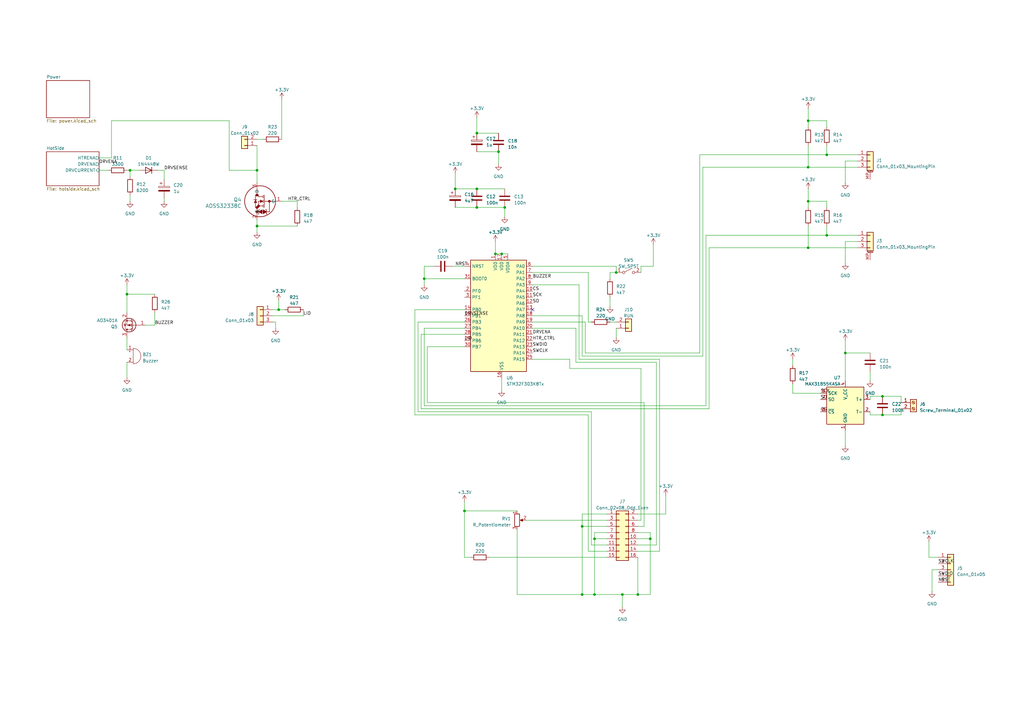
<source format=kicad_sch>
(kicad_sch (version 20231120) (generator "eeschema") (generator_version "8.0")
  (paper "A3")
  (lib_symbols
    (symbol "Connector:Screw_Terminal_01x02" (pin_names (offset 1.016) hide)
      (property "Reference" "J" (at 0 2.54 0))
      (property "Value" "Screw_Terminal_01x02" (at 0 -5.08 0))
      (symbol "Screw_Terminal_01x02_1_1"
        (rectangle (start -1.27 1.27) (end 1.27 -3.81) (stroke (width 0.254)) (fill (type background)))
        (circle (center 0 -2.54) (radius 0.635) (stroke (width 0.1524)))
        (polyline (pts (xy -0.5334 -2.2098) (xy 0.3302 -3.048)) (stroke (width 0.1524)))
        (polyline (pts (xy -0.5334 0.3302) (xy 0.3302 -0.508)) (stroke (width 0.1524)))
        (polyline (pts (xy -0.3556 -2.032) (xy 0.508 -2.8702)) (stroke (width 0.1524)))
        (polyline (pts (xy -0.3556 0.508) (xy 0.508 -0.3302)) (stroke (width 0.1524)))
        (circle (center 0 0) (radius 0.635) (stroke (width 0.1524)))
        (pin passive line (at -5.08 0 0) (length 3.81) (name "Pin_1") (number "1"))
        (pin passive line (at -5.08 -2.54 0) (length 3.81) (name "Pin_2") (number "2"))
      )
    )
    (symbol "Connector_Generic:Conn_01x02" (pin_names (offset 1.016) hide)
      (property "Reference" "J" (at 0 2.54 0))
      (property "Value" "Conn_01x02" (at 0 -5.08 0))
      (symbol "Conn_01x02_1_1"
        (rectangle (start -1.27 -2.413) (end 0 -2.667) (stroke (width 0.1524)))
        (rectangle (start -1.27 0.127) (end 0 -0.127) (stroke (width 0.1524)))
        (rectangle (start -1.27 1.27) (end 1.27 -3.81) (stroke (width 0.254)) (fill (type background)))
        (pin passive line (at -5.08 0 0) (length 3.81) (name "Pin_1") (number "1"))
        (pin passive line (at -5.08 -2.54 0) (length 3.81) (name "Pin_2") (number "2"))
      )
    )
    (symbol "Connector_Generic:Conn_01x03" (pin_names (offset 1.016) hide)
      (property "Reference" "J" (at 0 5.08 0))
      (property "Value" "Conn_01x03" (at 0 -5.08 0))
      (symbol "Conn_01x03_1_1"
        (rectangle (start -1.27 -2.413) (end 0 -2.667) (stroke (width 0.1524)))
        (rectangle (start -1.27 0.127) (end 0 -0.127) (stroke (width 0.1524)))
        (rectangle (start -1.27 2.667) (end 0 2.413) (stroke (width 0.1524)))
        (rectangle (start -1.27 3.81) (end 1.27 -3.81) (stroke (width 0.254)) (fill (type background)))
        (pin passive line (at -5.08 2.54 0) (length 3.81) (name "Pin_1") (number "1"))
        (pin passive line (at -5.08 0 0) (length 3.81) (name "Pin_2") (number "2"))
        (pin passive line (at -5.08 -2.54 0) (length 3.81) (name "Pin_3") (number "3"))
      )
    )
    (symbol "Connector_Generic:Conn_01x05" (pin_names (offset 1.016) hide)
      (property "Reference" "J" (at 0 7.62 0))
      (property "Value" "Conn_01x05" (at 0 -7.62 0))
      (symbol "Conn_01x05_1_1"
        (rectangle (start -1.27 -4.953) (end 0 -5.207) (stroke (width 0.1524)))
        (rectangle (start -1.27 -2.413) (end 0 -2.667) (stroke (width 0.1524)))
        (rectangle (start -1.27 0.127) (end 0 -0.127) (stroke (width 0.1524)))
        (rectangle (start -1.27 2.667) (end 0 2.413) (stroke (width 0.1524)))
        (rectangle (start -1.27 5.207) (end 0 4.953) (stroke (width 0.1524)))
        (rectangle (start -1.27 6.35) (end 1.27 -6.35) (stroke (width 0.254)) (fill (type background)))
        (pin passive line (at -5.08 5.08 0) (length 3.81) (name "Pin_1") (number "1"))
        (pin passive line (at -5.08 2.54 0) (length 3.81) (name "Pin_2") (number "2"))
        (pin passive line (at -5.08 0 0) (length 3.81) (name "Pin_3") (number "3"))
        (pin passive line (at -5.08 -2.54 0) (length 3.81) (name "Pin_4") (number "4"))
        (pin passive line (at -5.08 -5.08 0) (length 3.81) (name "Pin_5") (number "5"))
      )
    )
    (symbol "Connector_Generic:Conn_02x08_Odd_Even" (pin_names (offset 1.016) hide)
      (property "Reference" "J" (at 1.27 10.16 0))
      (property "Value" "Conn_02x08_Odd_Even" (at 1.27 -12.7 0))
      (symbol "Conn_02x08_Odd_Even_1_1"
        (rectangle (start -1.27 -10.033) (end 0 -10.287) (stroke (width 0.1524)))
        (rectangle (start -1.27 -7.493) (end 0 -7.747) (stroke (width 0.1524)))
        (rectangle (start -1.27 -4.953) (end 0 -5.207) (stroke (width 0.1524)))
        (rectangle (start -1.27 -2.413) (end 0 -2.667) (stroke (width 0.1524)))
        (rectangle (start -1.27 0.127) (end 0 -0.127) (stroke (width 0.1524)))
        (rectangle (start -1.27 2.667) (end 0 2.413) (stroke (width 0.1524)))
        (rectangle (start -1.27 5.207) (end 0 4.953) (stroke (width 0.1524)))
        (rectangle (start -1.27 7.747) (end 0 7.493) (stroke (width 0.1524)))
        (rectangle (start -1.27 8.89) (end 3.81 -11.43) (stroke (width 0.254)) (fill (type background)))
        (rectangle (start 3.81 -10.033) (end 2.54 -10.287) (stroke (width 0.1524)))
        (rectangle (start 3.81 -7.493) (end 2.54 -7.747) (stroke (width 0.1524)))
        (rectangle (start 3.81 -4.953) (end 2.54 -5.207) (stroke (width 0.1524)))
        (rectangle (start 3.81 -2.413) (end 2.54 -2.667) (stroke (width 0.1524)))
        (rectangle (start 3.81 0.127) (end 2.54 -0.127) (stroke (width 0.1524)))
        (rectangle (start 3.81 2.667) (end 2.54 2.413) (stroke (width 0.1524)))
        (rectangle (start 3.81 5.207) (end 2.54 4.953) (stroke (width 0.1524)))
        (rectangle (start 3.81 7.747) (end 2.54 7.493) (stroke (width 0.1524)))
        (pin passive line (at -5.08 7.62 0) (length 3.81) (name "Pin_1") (number "1"))
        (pin passive line (at 7.62 -2.54 180) (length 3.81) (name "Pin_10") (number "10"))
        (pin passive line (at -5.08 -5.08 0) (length 3.81) (name "Pin_11") (number "11"))
        (pin passive line (at 7.62 -5.08 180) (length 3.81) (name "Pin_12") (number "12"))
        (pin passive line (at -5.08 -7.62 0) (length 3.81) (name "Pin_13") (number "13"))
        (pin passive line (at 7.62 -7.62 180) (length 3.81) (name "Pin_14") (number "14"))
        (pin passive line (at -5.08 -10.16 0) (length 3.81) (name "Pin_15") (number "15"))
        (pin passive line (at 7.62 -10.16 180) (length 3.81) (name "Pin_16") (number "16"))
        (pin passive line (at 7.62 7.62 180) (length 3.81) (name "Pin_2") (number "2"))
        (pin passive line (at -5.08 5.08 0) (length 3.81) (name "Pin_3") (number "3"))
        (pin passive line (at 7.62 5.08 180) (length 3.81) (name "Pin_4") (number "4"))
        (pin passive line (at -5.08 2.54 0) (length 3.81) (name "Pin_5") (number "5"))
        (pin passive line (at 7.62 2.54 180) (length 3.81) (name "Pin_6") (number "6"))
        (pin passive line (at -5.08 0 0) (length 3.81) (name "Pin_7") (number "7"))
        (pin passive line (at 7.62 0 180) (length 3.81) (name "Pin_8") (number "8"))
        (pin passive line (at -5.08 -2.54 0) (length 3.81) (name "Pin_9") (number "9"))
      )
    )
    (symbol "Connector_Generic_MountingPin:Conn_01x03_MountingPin" (pin_names (offset 1.016) hide)
      (property "Reference" "J" (at 0 5.08 0))
      (property "Value" "Conn_01x03_MountingPin" (at 1.27 -5.08 0))
      (symbol "Conn_01x03_MountingPin_1_1"
        (rectangle (start -1.27 -2.413) (end 0 -2.667) (stroke (width 0.1524)))
        (rectangle (start -1.27 0.127) (end 0 -0.127) (stroke (width 0.1524)))
        (rectangle (start -1.27 2.667) (end 0 2.413) (stroke (width 0.1524)))
        (rectangle (start -1.27 3.81) (end 1.27 -3.81) (stroke (width 0.254)) (fill (type background)))
        (polyline (pts (xy -1.016 -4.572) (xy 1.016 -4.572)) (stroke (width 0.1524)))
        (text "Mounting" (at 0 -4.191 0) (effects (font (size 0.381 0.381))))
        (pin passive line (at -5.08 2.54 0) (length 3.81) (name "Pin_1") (number "1"))
        (pin passive line (at -5.08 0 0) (length 3.81) (name "Pin_2") (number "2"))
        (pin passive line (at -5.08 -2.54 0) (length 3.81) (name "Pin_3") (number "3"))
        (pin passive line (at 0 -7.62 90) (length 3.048) (name "MountPin") (number "MP"))
      )
    )
    (symbol "Device:Buzzer" (pin_names (offset 0.0254) hide)
      (property "Reference" "BZ" (at 3.81 1.27 0))
      (property "Value" "Buzzer" (at 3.81 -1.27 0))
      (symbol "Buzzer_0_1"
        (arc (start 0 -3.175) (mid 3.1612 0) (end 0 3.175))
        (polyline (pts (xy -1.651 1.905) (xy -1.143 1.905)))
        (polyline (pts (xy -1.397 2.159) (xy -1.397 1.651)))
        (polyline (pts (xy 0 3.175) (xy 0 -3.175)))
      )
      (symbol "Buzzer_1_1"
        (pin passive line (at -2.54 2.54 0) (length 2.54) (name "-") (number "1"))
        (pin passive line (at -2.54 -2.54 0) (length 2.54) (name "+") (number "2"))
      )
    )
    (symbol "Device:C" (pin_numbers hide) (pin_names (offset 0.254))
      (property "Reference" "C" (at 0.635 2.54 0))
      (property "Value" "C" (at 0.635 -2.54 0))
      (symbol "C_0_1"
        (polyline (pts (xy -2.032 -0.762) (xy 2.032 -0.762)) (stroke (width 0.508)))
        (polyline (pts (xy -2.032 0.762) (xy 2.032 0.762)) (stroke (width 0.508)))
      )
      (symbol "C_1_1"
        (pin passive line (at 0 3.81 270) (length 2.794) (name "~") (number "1"))
        (pin passive line (at 0 -3.81 90) (length 2.794) (name "~") (number "2"))
      )
    )
    (symbol "Device:C_Polarized" (pin_numbers hide) (pin_names (offset 0.254))
      (property "Reference" "C" (at 0.635 2.54 0))
      (property "Value" "C_Polarized" (at 0.635 -2.54 0))
      (symbol "C_Polarized_0_1"
        (rectangle (start -2.286 0.508) (end 2.286 1.016))
        (polyline (pts (xy -1.778 2.286) (xy -0.762 2.286)))
        (polyline (pts (xy -1.27 2.794) (xy -1.27 1.778)))
        (rectangle (start 2.286 -0.508) (end -2.286 -1.016) (fill (type outline)))
      )
      (symbol "C_Polarized_1_1"
        (pin passive line (at 0 3.81 270) (length 2.794) (name "~") (number "1"))
        (pin passive line (at 0 -3.81 90) (length 2.794) (name "~") (number "2"))
      )
    )
    (symbol "Device:R" (pin_numbers hide) (pin_names (offset 0))
      (property "Reference" "R" (at 2.032 0 90))
      (property "Value" "R" (at 0 0 90))
      (symbol "R_0_1"
        (rectangle (start -1.016 -2.54) (end 1.016 2.54) (stroke (width 0.254)))
      )
      (symbol "R_1_1"
        (pin passive line (at 0 3.81 270) (length 1.27) (name "~") (number "1"))
        (pin passive line (at 0 -3.81 90) (length 1.27) (name "~") (number "2"))
      )
    )
    (symbol "Device:R_Potentiometer" (pin_names (offset 1.016) hide)
      (property "Reference" "RV" (at -4.445 0 90))
      (property "Value" "R_Potentiometer" (at -2.54 0 90))
      (symbol "R_Potentiometer_0_1"
        (polyline (pts (xy 2.54 0) (xy 1.524 0)))
        (polyline (pts (xy 1.143 0) (xy 2.286 0.508) (xy 2.286 -0.508) (xy 1.143 0)) (fill (type outline)))
        (rectangle (start 1.016 2.54) (end -1.016 -2.54) (stroke (width 0.254)))
      )
      (symbol "R_Potentiometer_1_1"
        (pin passive line (at 0 3.81 270) (length 1.27) (name "1") (number "1"))
        (pin passive line (at 3.81 0 180) (length 1.27) (name "2") (number "2"))
        (pin passive line (at 0 -3.81 90) (length 1.27) (name "3") (number "3"))
      )
    )
    (symbol "Diode:1N4448W" (pin_numbers hide) (pin_names hide)
      (property "Reference" "D" (at 0 2.54 0))
      (property "Value" "1N4448W" (at 0 -2.54 0))
      (symbol "1N4448W_0_1"
        (polyline (pts (xy -1.27 1.27) (xy -1.27 -1.27)) (stroke (width 0.254)))
        (polyline (pts (xy 1.27 0) (xy -1.27 0)))
        (polyline (pts (xy 1.27 1.27) (xy 1.27 -1.27) (xy -1.27 0) (xy 1.27 1.27)) (stroke (width 0.254)))
      )
      (symbol "1N4448W_1_1"
        (pin passive line (at -3.81 0 0) (length 2.54) (name "K") (number "1"))
        (pin passive line (at 3.81 0 180) (length 2.54) (name "A") (number "2"))
      )
    )
    (symbol "LTC2954:AOSS32338C" (pin_names (offset 0.254))
      (property "Reference" "Q" (at 18.542 1.905 0))
      (property "Value" "AOSS32338C" (at 18.542 -2.54 0))
      (symbol "AOSS32338C_0_1"
        (polyline (pts (xy 2.54 0) (xy 7.112 0)) (stroke (width 0.2032)))
        (polyline (pts (xy 5.08 -4.318) (xy 5.08 0)) (stroke (width 0.2032)))
        (polyline (pts (xy 6.35 -5.08) (xy 6.096 -5.334)) (stroke (width 0.2032)))
        (polyline (pts (xy 6.35 -5.08) (xy 6.35 -3.556)) (stroke (width 0.2032)))
        (polyline (pts (xy 6.35 -5.08) (xy 6.35 -3.556)) (stroke (width 0.2032)))
        (polyline (pts (xy 6.35 -4.318) (xy 7.62 -5.08)) (stroke (width 0.2032)))
        (polyline (pts (xy 6.35 -4.318) (xy 7.62 -5.08)) (stroke (width 0.2032)))
        (polyline (pts (xy 6.35 -4.318) (xy 7.62 -4.572)) (fill (type outline)))
        (polyline (pts (xy 6.35 -4.318) (xy 7.62 -4.572)) (fill (type outline)))
        (polyline (pts (xy 6.35 -3.556) (xy 6.604 -3.302)) (stroke (width 0.2032)))
        (polyline (pts (xy 7.112 -2.54) (xy 7.112 2.54)) (stroke (width 0.2032)))
        (polyline (pts (xy 7.62 -5.08) (xy 7.62 -3.556)) (stroke (width 0.2032)))
        (polyline (pts (xy 7.62 -5.08) (xy 7.62 -3.556)) (stroke (width 0.2032)))
        (polyline (pts (xy 7.62 -3.556) (xy 6.35 -4.318)) (stroke (width 0.2032)))
        (polyline (pts (xy 7.62 -3.556) (xy 6.35 -4.318)) (stroke (width 0.2032)))
        (polyline (pts (xy 7.62 -2.54) (xy 7.62 -1.27)) (stroke (width 0.2032)))
        (polyline (pts (xy 7.62 -1.905) (xy 9.525 -1.905)) (stroke (width 0.2032)))
        (polyline (pts (xy 7.62 -0.635) (xy 7.62 0.635)) (stroke (width 0.2032)))
        (polyline (pts (xy 7.62 1.27) (xy 7.62 2.54)) (stroke (width 0.2032)))
        (polyline (pts (xy 7.62 1.905) (xy 9.525 1.905)) (stroke (width 0.2032)))
        (polyline (pts (xy 8.128 -5.08) (xy 9.398 -4.318)) (stroke (width 0.2032)))
        (polyline (pts (xy 8.128 -3.556) (xy 8.128 -5.08)) (stroke (width 0.2032)))
        (polyline (pts (xy 8.89 0) (xy 9.525 0)) (stroke (width 0.2032)))
        (polyline (pts (xy 9.398 -5.08) (xy 9.652 -5.334)) (stroke (width 0.2032)))
        (polyline (pts (xy 9.398 -4.318) (xy 8.128 -4.064)) (fill (type outline)))
        (polyline (pts (xy 9.398 -4.318) (xy 8.128 -3.556)) (stroke (width 0.2032)))
        (polyline (pts (xy 9.398 -3.556) (xy 9.144 -3.302)) (stroke (width 0.2032)))
        (polyline (pts (xy 9.398 -3.556) (xy 9.398 -5.08)) (stroke (width 0.2032)))
        (polyline (pts (xy 9.525 -2.54) (xy 9.525 0)) (stroke (width 0.2032)))
        (polyline (pts (xy 9.525 -2.54) (xy 10.795 -2.54)) (stroke (width 0.2032)))
        (polyline (pts (xy 9.525 1.905) (xy 9.525 2.54)) (stroke (width 0.2032)))
        (polyline (pts (xy 9.525 2.54) (xy 10.795 2.54)) (stroke (width 0.2032)))
        (polyline (pts (xy 10.16 -4.318) (xy 5.08 -4.318)) (stroke (width 0.2032)))
        (polyline (pts (xy 10.16 -2.54) (xy 10.16 -5.08)) (stroke (width 0.2032)))
        (polyline (pts (xy 10.16 5.08) (xy 10.16 2.54)) (stroke (width 0.2032)))
        (polyline (pts (xy 10.795 -2.54) (xy 10.795 -0.635)) (stroke (width 0.2032)))
        (polyline (pts (xy 10.795 0.635) (xy 10.795 2.54)) (stroke (width 0.2032)))
        (polyline (pts (xy 11.43 0.635) (xy 10.16 0.635)) (stroke (width 0.2032)))
        (polyline (pts (xy 6.35 -4.318) (xy 7.62 -5.08) (xy 7.62 -3.556)) (fill (type outline)))
        (polyline (pts (xy 6.35 -4.318) (xy 7.62 -5.08) (xy 7.62 -3.556)) (fill (type outline)))
        (polyline (pts (xy 8.89 0.635) (xy 7.62 0) (xy 8.89 -0.635)) (stroke (width 0.0254)) (fill (type outline)))
        (polyline (pts (xy 9.398 -4.318) (xy 8.128 -3.556) (xy 8.128 -5.08)) (fill (type outline)))
        (polyline (pts (xy 11.43 -0.635) (xy 10.16 -0.635) (xy 10.795 0.635)) (stroke (width 0.0254)) (fill (type outline)))
        (circle (center 5.08 0) (radius 0.0254) (stroke (width 0.508)))
        (circle (center 8.89 0) (radius 6.35) (stroke (width 0.254)))
        (circle (center 9.525 -1.905) (radius 0.0254) (stroke (width 0.508)))
        (circle (center 10.16 -4.318) (radius 0.0254) (stroke (width 0.508)))
        (circle (center 10.16 -2.54) (radius 0.0254) (stroke (width 0.508)))
        (circle (center 10.16 2.54) (radius 0.0254) (stroke (width 0.508)))
        (pin unspecified line (at 0 0 0) (length 2.54) (name "G") (number "1"))
        (pin unspecified line (at 10.16 -7.62 90) (length 2.54) (name "S") (number "2"))
        (pin unspecified line (at 10.16 7.62 270) (length 2.54) (name "D") (number "3"))
      )
    )
    (symbol "MCU_ST_STM32F3:STM32F303K8Tx"
      (property "Reference" "U" (at -10.16 24.13 0))
      (property "Value" "STM32F303K8Tx" (at 7.62 24.13 0))
      (symbol "STM32F303K8Tx_0_1"
        (rectangle (start -10.16 -22.86) (end 12.7 22.86) (stroke (width 0.254)) (fill (type background)))
      )
      (symbol "STM32F303K8Tx_1_1"
        (pin power_in line (at 0 25.4 270) (length 2.54) (name "VDD") (number "1"))
        (pin bidirectional line (at 15.24 10.16 180) (length 2.54) (name "PA4") (number "10"))
        (pin bidirectional line (at 15.24 7.62 180) (length 2.54) (name "PA5") (number "11"))
        (pin bidirectional line (at 15.24 5.08 180) (length 2.54) (name "PA6") (number "12"))
        (pin bidirectional line (at 15.24 2.54 180) (length 2.54) (name "PA7") (number "13"))
        (pin bidirectional line (at -12.7 2.54 0) (length 2.54) (name "PB0") (number "14"))
        (pin bidirectional line (at -12.7 0 0) (length 2.54) (name "PB1") (number "15"))
        (pin power_in line (at 2.54 -25.4 90) (length 2.54) (name "VSS") (number "16"))
        (pin power_in line (at 2.54 25.4 270) (length 2.54) (name "VDD") (number "17"))
        (pin bidirectional line (at 15.24 0 180) (length 2.54) (name "PA8") (number "18"))
        (pin bidirectional line (at 15.24 -2.54 180) (length 2.54) (name "PA9") (number "19"))
        (pin bidirectional line (at -12.7 10.16 0) (length 2.54) (name "PF0") (number "2"))
        (pin bidirectional line (at 15.24 -5.08 180) (length 2.54) (name "PA10") (number "20"))
        (pin bidirectional line (at 15.24 -7.62 180) (length 2.54) (name "PA11") (number "21"))
        (pin bidirectional line (at 15.24 -10.16 180) (length 2.54) (name "PA12") (number "22"))
        (pin bidirectional line (at 15.24 -12.7 180) (length 2.54) (name "PA13") (number "23"))
        (pin bidirectional line (at 15.24 -15.24 180) (length 2.54) (name "PA14") (number "24"))
        (pin bidirectional line (at 15.24 -17.78 180) (length 2.54) (name "PA15") (number "25"))
        (pin bidirectional line (at -12.7 -2.54 0) (length 2.54) (name "PB3") (number "26"))
        (pin bidirectional line (at -12.7 -5.08 0) (length 2.54) (name "PB4") (number "27"))
        (pin bidirectional line (at -12.7 -7.62 0) (length 2.54) (name "PB5") (number "28"))
        (pin bidirectional line (at -12.7 -10.16 0) (length 2.54) (name "PB6") (number "29"))
        (pin bidirectional line (at -12.7 7.62 0) (length 2.54) (name "PF1") (number "3"))
        (pin bidirectional line (at -12.7 -12.7 0) (length 2.54) (name "PB7") (number "30"))
        (pin input line (at -12.7 15.24 0) (length 2.54) (name "BOOT0") (number "31"))
        (pin passive line (at 2.54 -25.4 90) (length 2.54) hide (name "VSS") (number "32"))
        (pin input line (at -12.7 20.32 0) (length 2.54) (name "NRST") (number "4"))
        (pin power_in line (at 5.08 25.4 270) (length 2.54) (name "VDDA") (number "5"))
        (pin bidirectional line (at 15.24 20.32 180) (length 2.54) (name "PA0") (number "6"))
        (pin bidirectional line (at 15.24 17.78 180) (length 2.54) (name "PA1") (number "7"))
        (pin bidirectional line (at 15.24 15.24 180) (length 2.54) (name "PA2") (number "8"))
        (pin bidirectional line (at 15.24 12.7 180) (length 2.54) (name "PA3") (number "9"))
      )
    )
    (symbol "Sensor_Temperature:MAX31855KASA"
      (property "Reference" "U" (at -7.62 8.89 0))
      (property "Value" "MAX31855KASA" (at 1.27 8.89 0))
      (symbol "MAX31855KASA_0_1"
        (rectangle (start -7.62 7.62) (end 7.62 -7.62) (stroke (width 0.254)) (fill (type background)))
      )
      (symbol "MAX31855KASA_1_1"
        (pin power_in line (at 0 -10.16 90) (length 2.54) (name "GND") (number "1"))
        (pin passive line (at -10.16 -2.54 0) (length 2.54) (name "T-") (number "2"))
        (pin passive line (at -10.16 2.54 0) (length 2.54) (name "T+") (number "3"))
        (pin power_in line (at 0 10.16 270) (length 2.54) (name "V_CC") (number "4"))
        (pin input line (at 10.16 5.08 180) (length 2.54) (name "SCK") (number "5"))
        (pin input line (at 10.16 -2.54 180) (length 2.54) (name "~{CS}") (number "6"))
        (pin tri_state line (at 10.16 2.54 180) (length 2.54) (name "SO") (number "7"))
      )
    )
    (symbol "Switch:SW_SPST" (pin_names (offset 0) hide)
      (property "Reference" "SW" (at 0 3.175 0))
      (property "Value" "SW_SPST" (at 0 -2.54 0))
      (symbol "SW_SPST_0_0"
        (circle (center -2.032 0) (radius 0.508))
        (polyline (pts (xy -1.524 0.254) (xy 1.524 1.778)))
        (circle (center 2.032 0) (radius 0.508))
      )
      (symbol "SW_SPST_1_1"
        (pin passive line (at -5.08 0 0) (length 2.54) (name "A") (number "1"))
        (pin passive line (at 5.08 0 180) (length 2.54) (name "B") (number "2"))
      )
    )
    (symbol "Transistor_FET:AO3401A" (pin_names hide)
      (property "Reference" "Q" (at 5.08 1.905 0))
      (property "Value" "AO3401A" (at 5.08 0 0))
      (symbol "AO3401A_0_1"
        (polyline (pts (xy 0.254 0) (xy -2.54 0)))
        (polyline (pts (xy 0.254 1.905) (xy 0.254 -1.905)) (stroke (width 0.254)))
        (polyline (pts (xy 0.762 -1.27) (xy 0.762 -2.286)) (stroke (width 0.254)))
        (polyline (pts (xy 0.762 0.508) (xy 0.762 -0.508)) (stroke (width 0.254)))
        (polyline (pts (xy 0.762 2.286) (xy 0.762 1.27)) (stroke (width 0.254)))
        (polyline (pts (xy 2.54 2.54) (xy 2.54 1.778)))
        (polyline (pts (xy 2.54 -2.54) (xy 2.54 0) (xy 0.762 0)))
        (polyline (pts (xy 0.762 1.778) (xy 3.302 1.778) (xy 3.302 -1.778) (xy 0.762 -1.778)))
        (polyline (pts (xy 2.286 0) (xy 1.27 0.381) (xy 1.27 -0.381) (xy 2.286 0)) (fill (type outline)))
        (polyline (pts (xy 2.794 -0.508) (xy 2.921 -0.381) (xy 3.683 -0.381) (xy 3.81 -0.254)))
        (polyline (pts (xy 3.302 -0.381) (xy 2.921 0.254) (xy 3.683 0.254) (xy 3.302 -0.381)))
        (circle (center 1.651 0) (radius 2.794) (stroke (width 0.254)))
        (circle (center 2.54 -1.778) (radius 0.254) (fill (type outline)))
        (circle (center 2.54 1.778) (radius 0.254) (fill (type outline)))
      )
      (symbol "AO3401A_1_1"
        (pin input line (at -5.08 0 0) (length 2.54) (name "G") (number "1"))
        (pin passive line (at 2.54 -5.08 90) (length 2.54) (name "S") (number "2"))
        (pin passive line (at 2.54 5.08 270) (length 2.54) (name "D") (number "3"))
      )
    )
    (symbol "power:+3.3V" (power) (pin_names (offset 0))
      (property "Value" "+3.3V" (at 0 3.556 0))
      (symbol "+3.3V_0_1"
        (polyline (pts (xy -0.762 1.27) (xy 0 2.54)))
        (polyline (pts (xy 0 0) (xy 0 2.54)))
        (polyline (pts (xy 0 2.54) (xy 0.762 1.27)))
      )
      (symbol "+3.3V_1_1"
        (pin power_in line (at 0 0 90) (length 0) hide (name "+3.3V") (number "1"))
      )
    )
    (symbol "power:GND" (power) (pin_names (offset 0))
      (property "Value" "GND" (at 0 -3.81 0))
      (symbol "GND_0_1"
        (polyline (pts (xy 0 0) (xy 0 -1.27) (xy 1.27 -1.27) (xy 0 -2.54) (xy -1.27 -1.27) (xy 0 -1.27)))
      )
      (symbol "GND_1_1"
        (pin power_in line (at 0 0 270) (length 0) hide (name "GND") (number "1"))
      )
    )
  )
  (junction (at 173.99 114.3))
  (junction (at 331.47 68.58))
  (junction (at 195.58 54.61))
  (junction (at 266.7 220.98))
  (junction (at 255.27 243.84))
  (junction (at 204.47 62.23))
  (junction (at 331.47 49.53))
  (junction (at 243.84 243.84))
  (junction (at 114.3 127))
  (junction (at 361.95 170.18))
  (junction (at 361.95 162.56))
  (junction (at 339.09 96.52))
  (junction (at 105.41 69.85))
  (junction (at 238.76 243.84))
  (junction (at 186.69 77.47))
  (junction (at 252.73 111.76))
  (junction (at 238.76 215.9))
  (junction (at 331.47 101.6))
  (junction (at 339.09 63.5))
  (junction (at 53.34 69.85))
  (junction (at 203.2 104.14))
  (junction (at 243.84 220.98))
  (junction (at 261.62 243.84))
  (junction (at 105.41 92.71))
  (junction (at 205.74 104.14))
  (junction (at 207.01 85.09))
  (junction (at 52.07 120.65))
  (junction (at 331.47 82.55))
  (junction (at 190.5 209.55))
  (junction (at 346.71 144.78))
  (junction (at 195.58 77.47))
  (junction (at 195.58 85.09))
  (no_connect (at 218.44 127))
  (wire (pts (xy 67.31 81.28) (xy 67.31 82.55)))
  (wire (pts (xy 240.03 132.08) (xy 240.03 144.78)))
  (wire (pts (xy 40.64 64.77) (xy 45.72 64.77)))
  (wire (pts (xy 190.5 209.55) (xy 190.5 205.74)))
  (wire (pts (xy 331.47 82.55) (xy 331.47 85.09)))
  (wire (pts (xy 111.76 132.08) (xy 113.03 132.08)))
  (wire (pts (xy 331.47 77.47) (xy 331.47 82.55)))
  (wire (pts (xy 381 228.6) (xy 381 222.25)))
  (wire (pts (xy 346.71 176.53) (xy 346.71 182.88)))
  (wire (pts (xy 195.58 48.26) (xy 195.58 54.61)))
  (wire (pts (xy 203.2 104.14) (xy 205.74 104.14)))
  (wire (pts (xy 261.62 218.44) (xy 266.7 218.44)))
  (wire (pts (xy 289.56 96.52) (xy 339.09 96.52)))
  (wire (pts (xy 40.64 69.85) (xy 44.45 69.85)))
  (wire (pts (xy 325.12 147.32) (xy 325.12 149.86)))
  (wire (pts (xy 270.51 147.32) (xy 237.49 147.32)))
  (wire (pts (xy 262.89 213.36) (xy 261.62 213.36)))
  (wire (pts (xy 261.62 243.84) (xy 255.27 243.84)))
  (wire (pts (xy 121.92 85.09) (xy 121.92 82.55)))
  (wire (pts (xy 243.84 218.44) (xy 243.84 220.98)))
  (wire (pts (xy 248.92 210.82) (xy 238.76 210.82)))
  (wire (pts (xy 267.97 100.33) (xy 267.97 109.22)))
  (wire (pts (xy 105.41 92.71) (xy 105.41 95.25)))
  (wire (pts (xy 105.41 69.85) (xy 105.41 74.93)))
  (wire (pts (xy 269.24 148.59) (xy 236.22 148.59)))
  (wire (pts (xy 266.7 243.84) (xy 261.62 243.84)))
  (wire (pts (xy 203.2 99.06) (xy 203.2 104.14)))
  (wire (pts (xy 289.56 96.52) (xy 289.56 166.37)))
  (wire (pts (xy 331.47 101.6) (xy 351.79 101.6)))
  (wire (pts (xy 177.8 109.22) (xy 173.99 109.22)))
  (wire (pts (xy 331.47 68.58) (xy 351.79 68.58)))
  (wire (pts (xy 237.49 116.84) (xy 237.49 147.32)))
  (wire (pts (xy 250.19 121.92) (xy 250.19 125.73)))
  (wire (pts (xy 252.73 134.62) (xy 252.73 138.43)))
  (wire (pts (xy 261.62 228.6) (xy 261.62 243.84)))
  (wire (pts (xy 175.26 142.24) (xy 190.5 142.24)))
  (wire (pts (xy 270.51 147.32) (xy 270.51 226.06)))
  (wire (pts (xy 171.45 132.08) (xy 171.45 168.91)))
  (wire (pts (xy 242.57 168.91) (xy 242.57 223.52)))
  (wire (pts (xy 269.24 148.59) (xy 269.24 223.52)))
  (wire (pts (xy 190.5 228.6) (xy 190.5 209.55)))
  (wire (pts (xy 241.3 170.18) (xy 170.18 170.18)))
  (wire (pts (xy 205.74 104.14) (xy 208.28 104.14)))
  (wire (pts (xy 111.76 129.54) (xy 124.46 129.54)))
  (wire (pts (xy 346.71 99.06) (xy 346.71 107.95)))
  (wire (pts (xy 290.83 101.6) (xy 290.83 167.64)))
  (wire (pts (xy 195.58 54.61) (xy 204.47 54.61)))
  (wire (pts (xy 93.98 69.85) (xy 105.41 69.85)))
  (wire (pts (xy 356.87 170.18) (xy 361.95 170.18)))
  (wire (pts (xy 290.83 101.6) (xy 331.47 101.6)))
  (wire (pts (xy 59.69 133.35) (xy 63.5 133.35)))
  (wire (pts (xy 339.09 85.09) (xy 339.09 82.55)))
  (wire (pts (xy 384.81 228.6) (xy 381 228.6)))
  (wire (pts (xy 267.97 109.22) (xy 262.89 109.22)))
  (wire (pts (xy 241.3 111.76) (xy 241.3 132.08)))
  (wire (pts (xy 205.74 154.94) (xy 205.74 160.02)))
  (wire (pts (xy 200.66 228.6) (xy 248.92 228.6)))
  (wire (pts (xy 369.57 167.64) (xy 369.57 170.18)))
  (wire (pts (xy 207.01 85.09) (xy 207.01 88.9)))
  (wire (pts (xy 218.44 134.62) (xy 236.22 134.62)))
  (wire (pts (xy 195.58 77.47) (xy 207.01 77.47)))
  (wire (pts (xy 212.09 243.84) (xy 238.76 243.84)))
  (wire (pts (xy 173.99 134.62) (xy 173.99 166.37)))
  (wire (pts (xy 288.29 68.58) (xy 288.29 146.05)))
  (wire (pts (xy 63.5 128.27) (xy 63.5 133.35)))
  (wire (pts (xy 325.12 161.29) (xy 325.12 157.48)))
  (wire (pts (xy 238.76 146.05) (xy 288.29 146.05)))
  (wire (pts (xy 250.19 114.3) (xy 250.19 111.76)))
  (wire (pts (xy 339.09 63.5) (xy 351.79 63.5)))
  (wire (pts (xy 170.18 127) (xy 170.18 170.18)))
  (wire (pts (xy 273.05 210.82) (xy 261.62 210.82)))
  (wire (pts (xy 172.72 137.16) (xy 172.72 167.64)))
  (wire (pts (xy 339.09 49.53) (xy 331.47 49.53)))
  (wire (pts (xy 171.45 132.08) (xy 190.5 132.08)))
  (wire (pts (xy 331.47 44.45) (xy 331.47 49.53)))
  (wire (pts (xy 252.73 132.08) (xy 250.19 132.08)))
  (wire (pts (xy 52.07 116.84) (xy 52.07 120.65)))
  (wire (pts (xy 252.73 109.22) (xy 252.73 111.76)))
  (wire (pts (xy 105.41 59.69) (xy 105.41 69.85)))
  (wire (pts (xy 52.07 120.65) (xy 63.5 120.65)))
  (wire (pts (xy 290.83 167.64) (xy 172.72 167.64)))
  (wire (pts (xy 264.16 165.1) (xy 264.16 215.9)))
  (wire (pts (xy 287.02 63.5) (xy 339.09 63.5)))
  (wire (pts (xy 233.68 147.32) (xy 218.44 147.32)))
  (wire (pts (xy 356.87 152.4) (xy 356.87 156.21)))
  (wire (pts (xy 346.71 99.06) (xy 351.79 99.06)))
  (wire (pts (xy 339.09 52.07) (xy 339.09 49.53)))
  (wire (pts (xy 250.19 111.76) (xy 252.73 111.76)))
  (wire (pts (xy 170.18 127) (xy 190.5 127)))
  (wire (pts (xy 242.57 168.91) (xy 171.45 168.91)))
  (wire (pts (xy 261.62 226.06) (xy 270.51 226.06)))
  (wire (pts (xy 105.41 57.15) (xy 107.95 57.15)))
  (wire (pts (xy 240.03 144.78) (xy 287.02 144.78)))
  (wire (pts (xy 52.07 69.85) (xy 53.34 69.85)))
  (wire (pts (xy 242.57 132.08) (xy 241.3 132.08)))
  (wire (pts (xy 356.87 162.56) (xy 361.95 162.56)))
  (wire (pts (xy 175.26 165.1) (xy 264.16 165.1)))
  (wire (pts (xy 238.76 215.9) (xy 238.76 243.84)))
  (wire (pts (xy 243.84 220.98) (xy 248.92 220.98)))
  (wire (pts (xy 262.89 109.22) (xy 262.89 111.76)))
  (wire (pts (xy 114.3 127) (xy 116.84 127)))
  (wire (pts (xy 346.71 66.04) (xy 346.71 74.93)))
  (wire (pts (xy 356.87 144.78) (xy 346.71 144.78)))
  (wire (pts (xy 186.69 77.47) (xy 195.58 77.47)))
  (wire (pts (xy 218.44 132.08) (xy 240.03 132.08)))
  (wire (pts (xy 384.81 233.68) (xy 382.27 233.68)))
  (wire (pts (xy 238.76 210.82) (xy 238.76 215.9)))
  (wire (pts (xy 261.62 215.9) (xy 264.16 215.9)))
  (wire (pts (xy 53.34 69.85) (xy 57.15 69.85)))
  (wire (pts (xy 121.92 82.55) (xy 115.57 82.55)))
  (wire (pts (xy 369.57 162.56) (xy 369.57 165.1)))
  (wire (pts (xy 115.57 40.64) (xy 115.57 57.15)))
  (wire (pts (xy 193.04 228.6) (xy 190.5 228.6)))
  (wire (pts (xy 331.47 49.53) (xy 331.47 52.07)))
  (wire (pts (xy 236.22 134.62) (xy 236.22 148.59)))
  (wire (pts (xy 346.71 66.04) (xy 351.79 66.04)))
  (wire (pts (xy 289.56 166.37) (xy 173.99 166.37)))
  (wire (pts (xy 111.76 127) (xy 114.3 127)))
  (wire (pts (xy 45.72 49.53) (xy 93.98 49.53)))
  (wire (pts (xy 331.47 101.6) (xy 331.47 92.71)))
  (wire (pts (xy 339.09 63.5) (xy 339.09 59.69)))
  (wire (pts (xy 288.29 68.58) (xy 331.47 68.58)))
  (wire (pts (xy 173.99 109.22) (xy 173.99 114.3)))
  (wire (pts (xy 369.57 170.18) (xy 361.95 170.18)))
  (wire (pts (xy 241.3 226.06) (xy 241.3 170.18)))
  (wire (pts (xy 195.58 62.23) (xy 204.47 62.23)))
  (wire (pts (xy 262.89 151.13) (xy 262.89 213.36)))
  (wire (pts (xy 67.31 69.85) (xy 67.31 73.66)))
  (wire (pts (xy 361.95 162.56) (xy 369.57 162.56)))
  (wire (pts (xy 105.41 90.17) (xy 105.41 92.71)))
  (wire (pts (xy 243.84 243.84) (xy 255.27 243.84)))
  (wire (pts (xy 262.89 151.13) (xy 233.68 151.13)))
  (wire (pts (xy 173.99 134.62) (xy 190.5 134.62)))
  (wire (pts (xy 238.76 129.54) (xy 218.44 129.54)))
  (wire (pts (xy 52.07 148.59) (xy 52.07 154.94)))
  (wire (pts (xy 346.71 144.78) (xy 346.71 139.7)))
  (wire (pts (xy 52.07 138.43) (xy 52.07 143.51)))
  (wire (pts (xy 105.41 92.71) (xy 121.92 92.71)))
  (wire (pts (xy 218.44 109.22) (xy 252.73 109.22)))
  (wire (pts (xy 190.5 209.55) (xy 212.09 209.55)))
  (wire (pts (xy 233.68 151.13) (xy 233.68 147.32)))
  (wire (pts (xy 218.44 111.76) (xy 241.3 111.76)))
  (wire (pts (xy 356.87 168.91) (xy 356.87 170.18)))
  (wire (pts (xy 331.47 68.58) (xy 331.47 59.69)))
  (wire (pts (xy 287.02 63.5) (xy 287.02 144.78)))
  (wire (pts (xy 248.92 218.44) (xy 243.84 218.44)))
  (wire (pts (xy 64.77 69.85) (xy 67.31 69.85)))
  (wire (pts (xy 114.3 127) (xy 114.3 123.19)))
  (wire (pts (xy 255.27 243.84) (xy 255.27 248.92)))
  (wire (pts (xy 346.71 144.78) (xy 346.71 156.21)))
  (wire (pts (xy 175.26 165.1) (xy 175.26 142.24)))
  (wire (pts (xy 113.03 132.08) (xy 113.03 134.62)))
  (wire (pts (xy 186.69 71.12) (xy 186.69 77.47)))
  (wire (pts (xy 53.34 69.85) (xy 53.34 72.39)))
  (wire (pts (xy 248.92 226.06) (xy 241.3 226.06)))
  (wire (pts (xy 218.44 116.84) (xy 237.49 116.84)))
  (wire (pts (xy 339.09 82.55) (xy 331.47 82.55)))
  (wire (pts (xy 356.87 163.83) (xy 356.87 162.56)))
  (wire (pts (xy 45.72 64.77) (xy 45.72 49.53)))
  (wire (pts (xy 261.62 223.52) (xy 269.24 223.52)))
  (wire (pts (xy 215.9 213.36) (xy 248.92 213.36)))
  (wire (pts (xy 266.7 218.44) (xy 266.7 220.98)))
  (wire (pts (xy 93.98 49.53) (xy 93.98 69.85)))
  (wire (pts (xy 238.76 129.54) (xy 238.76 146.05)))
  (wire (pts (xy 339.09 96.52) (xy 351.79 96.52)))
  (wire (pts (xy 186.69 85.09) (xy 195.58 85.09)))
  (wire (pts (xy 261.62 220.98) (xy 266.7 220.98)))
  (wire (pts (xy 124.46 127) (xy 124.46 129.54)))
  (wire (pts (xy 238.76 215.9) (xy 248.92 215.9)))
  (wire (pts (xy 53.34 80.01) (xy 53.34 82.55)))
  (wire (pts (xy 185.42 109.22) (xy 190.5 109.22)))
  (wire (pts (xy 339.09 96.52) (xy 339.09 92.71)))
  (wire (pts (xy 248.92 223.52) (xy 242.57 223.52)))
  (wire (pts (xy 273.05 203.2) (xy 273.05 210.82)))
  (wire (pts (xy 266.7 220.98) (xy 266.7 243.84)))
  (wire (pts (xy 243.84 220.98) (xy 243.84 243.84)))
  (wire (pts (xy 173.99 114.3) (xy 173.99 116.84)))
  (wire (pts (xy 204.47 62.23) (xy 204.47 67.31)))
  (wire (pts (xy 190.5 114.3) (xy 173.99 114.3)))
  (wire (pts (xy 212.09 217.17) (xy 212.09 243.84)))
  (wire (pts (xy 52.07 120.65) (xy 52.07 128.27)))
  (wire (pts (xy 336.55 161.29) (xy 325.12 161.29)))
  (wire (pts (xy 172.72 137.16) (xy 190.5 137.16)))
  (wire (pts (xy 195.58 85.09) (xy 207.01 85.09)))
  (wire (pts (xy 238.76 243.84) (xy 243.84 243.84)))
  (wire (pts (xy 382.27 233.68) (xy 382.27 242.57)))
  (label "NRST" (at 186.69 109.22 0))
  (label "DRVSENSE" (at 67.31 69.85 0))
  (label "HTR_CTRL" (at 218.44 139.7 0))
  (label "SWDIO" (at 218.44 142.24 0))
  (label "DRVENA" (at 218.44 137.16 0))
  (label "BUZZER" (at 218.44 114.3 0))
  (label "BUZZER" (at 63.5 133.35 0))
  (label "SCK" (at 336.55 161.29 0))
  (label "DRVSENSE" (at 190.5 129.54 0))
  (label "LID" (at 190.5 139.7 0))
  (label "CS" (at 336.55 168.91 0))
  (label "SWDIO" (at 384.81 236.22 0))
  (label "DRVENA" (at 40.64 67.31 0))
  (label "HTR_CTRL" (at 118.11 82.55 0))
  (label "SWCLK" (at 218.44 144.78 0))
  (label "LID" (at 124.46 129.54 0))
  (label "NRST" (at 384.81 238.76 0))
  (label "SO" (at 218.44 124.46 0))
  (label "SO" (at 336.55 163.83 0))
  (label "SCK" (at 218.44 121.92 0))
  (label "SWCLK" (at 384.81 231.14 0))
  (label "CS" (at 218.44 119.38 0))
  (symbol (lib_id "Connector_Generic:Conn_02x08_Odd_Even") (at 254 218.44 0) (unit 1)
    (property "Reference" "J7" (at 255.27 205.74 0))
    (property "Value" "Conn_02x08_Odd_Even" (at 255.27 208.28 0))
    (property "Footprint" "Connector_PinHeader_2.54mm:PinHeader_2x08_P2.54mm_Vertical" (effects (hide yes)))
  )
  (symbol (lib_id "power:+3.3V") (at 331.47 44.45 0) (unit 1)
    (property "Reference" "#PWR041" (effects (hide yes)))
    (property "Value" "+3.3V" (at 331.47 40.64 0))
  )
  (symbol (lib_id "power:+3.3V") (at 190.5 205.74 0) (unit 1)
    (property "Reference" "#PWR052" (effects (hide yes)))
    (property "Value" "+3.3V" (at 190.5 201.93 0))
  )
  (symbol (lib_id "Device:R") (at 53.34 76.2 180) (unit 1)
    (property "Reference" "R12" (at 55.88 75.565 0) (effects (justify right)))
    (property "Value" "6200" (at 55.88 78.105 0) (effects (justify right)))
    (property "Footprint" "Resistor_SMD:R_1206_3216Metric_Pad1.30x1.75mm_HandSolder" (effects (hide yes)))
  )
  (symbol (lib_id "Device:C") (at 204.47 58.42 0) (unit 1)
    (property "Reference" "C18" (at 208.28 57.785 0) (effects (justify left)))
    (property "Value" "10n" (at 208.28 60.325 0) (effects (justify left)))
    (property "Footprint" "Capacitor_SMD:C_0805_2012Metric_Pad1.18x1.45mm_HandSolder" (effects (hide yes)))
  )
  (symbol (lib_id "Sensor_Temperature:MAX31855KASA") (at 346.71 166.37 0) (mirror y) (unit 1)
    (property "Reference" "U7" (at 344.7541 154.94 0) (effects (justify left)))
    (property "Value" "MAX31855KASA" (at 344.7541 157.48 0) (effects (justify left)))
    (property "Footprint" "Package_SO:SOIC-8_3.9x4.9mm_P1.27mm" (effects (hide yes)))
    (property "Datasheet" "http://datasheets.maximintegrated.com/en/ds/MAX31855.pdf" (effects (hide yes)))
  )
  (symbol (lib_id "power:+3.3V") (at 273.05 203.2 0) (unit 1)
    (property "Reference" "#PWR053" (effects (hide yes)))
    (property "Value" "+3.3V" (at 273.05 199.39 0))
  )
  (symbol (lib_id "power:GND") (at 252.73 138.43 0) (mirror y) (unit 1)
    (property "Reference" "#PWR058" (effects (hide yes)))
    (property "Value" "GND" (at 252.73 143.51 0))
  )
  (symbol (lib_id "Connector_Generic:Conn_01x05") (at 389.89 233.68 0) (unit 1)
    (property "Reference" "J5" (at 392.43 233.045 0) (effects (justify left)))
    (property "Value" "Conn_01x05" (at 392.43 235.585 0) (effects (justify left)))
    (property "Footprint" "Connector_PinHeader_2.54mm:PinHeader_1x05_P2.54mm_Vertical" (effects (hide yes)))
  )
  (symbol (lib_id "power:GND") (at 173.99 116.84 0) (unit 1)
    (property "Reference" "#PWR037" (effects (hide yes)))
    (property "Value" "GND" (at 173.99 121.92 0))
  )
  (symbol (lib_id "power:+3.3V") (at 115.57 40.64 0) (unit 1)
    (property "Reference" "#PWR049" (effects (hide yes)))
    (property "Value" "+3.3V" (at 115.57 36.83 0))
  )
  (symbol (lib_id "power:+3.3V") (at 381 222.25 0) (unit 1)
    (property "Reference" "#PWR038" (effects (hide yes)))
    (property "Value" "+3.3V" (at 381 218.44 0))
  )
  (symbol (lib_id "Connector:Screw_Terminal_01x02") (at 374.65 165.1 0) (unit 1)
    (property "Reference" "J6" (at 377.19 165.735 0) (effects (justify left)))
    (property "Value" "Screw_Terminal_01x02" (at 377.19 168.275 0) (effects (justify left)))
    (property "Footprint" "TerminalBlock:TerminalBlock_Altech_AK300-2_P5.00mm" (effects (hide yes)))
  )
  (symbol (lib_id "Device:C") (at 361.95 166.37 0) (unit 1)
    (property "Reference" "C22" (at 365.76 165.735 0) (effects (justify left)))
    (property "Value" "100n" (at 365.76 168.275 0) (effects (justify left)))
    (property "Footprint" "Capacitor_SMD:C_0402_1005Metric_Pad0.74x0.62mm_HandSolder" (effects (hide yes)))
  )
  (symbol (lib_id "power:+3.3V") (at 195.58 48.26 0) (unit 1)
    (property "Reference" "#PWR035" (effects (hide yes)))
    (property "Value" "+3.3V" (at 195.58 44.45 0))
  )
  (symbol (lib_id "Device:R") (at 246.38 132.08 90) (mirror x) (unit 1)
    (property "Reference" "R24" (at 246.38 127 90))
    (property "Value" "220" (at 246.38 129.54 90))
    (property "Footprint" "Resistor_SMD:R_0805_2012Metric_Pad1.20x1.40mm_HandSolder" (effects (hide yes)))
  )
  (symbol (lib_id "power:GND") (at 52.07 154.94 0) (unit 1)
    (property "Reference" "#PWR062" (effects (hide yes)))
    (property "Value" "GND" (at 52.07 160.02 0))
  )
  (symbol (lib_id "Connector_Generic_MountingPin:Conn_01x03_MountingPin") (at 356.87 99.06 0) (unit 1)
    (property "Reference" "J3" (at 359.41 98.7806 0) (effects (justify left)))
    (property "Value" "Conn_01x03_MountingPin" (at 359.41 101.3206 0) (effects (justify left)))
    (property "Footprint" "Connector_PinSocket_2.00mm:PinSocket_1x03_P2.00mm_Vertical" (effects (hide yes)))
  )
  (symbol (lib_id "Device:R") (at 196.85 228.6 270) (unit 1)
    (property "Reference" "R20" (at 196.85 223.52 90))
    (property "Value" "220" (at 196.85 226.06 90))
    (property "Footprint" "Resistor_SMD:R_0805_2012Metric_Pad1.20x1.40mm_HandSolder" (effects (hide yes)))
  )
  (symbol (lib_id "power:GND") (at 382.27 242.57 0) (unit 1)
    (property "Reference" "#PWR039" (effects (hide yes)))
    (property "Value" "GND" (at 382.27 247.65 0))
  )
  (symbol (lib_id "Device:C") (at 207.01 81.28 0) (unit 1)
    (property "Reference" "C13" (at 210.82 80.645 0) (effects (justify left)))
    (property "Value" "100n" (at 210.82 83.185 0) (effects (justify left)))
    (property "Footprint" "Capacitor_SMD:C_0402_1005Metric_Pad0.74x0.62mm_HandSolder" (effects (hide yes)))
  )
  (symbol (lib_id "Device:C") (at 195.58 81.28 0) (unit 1)
    (property "Reference" "C12" (at 199.39 80.645 0) (effects (justify left)))
    (property "Value" "100n" (at 199.39 83.185 0) (effects (justify left)))
    (property "Footprint" "Capacitor_SMD:C_0402_1005Metric_Pad0.74x0.62mm_HandSolder" (effects (hide yes)))
  )
  (symbol (lib_id "Connector_Generic_MountingPin:Conn_01x03_MountingPin") (at 356.87 66.04 0) (unit 1)
    (property "Reference" "J1" (at 359.41 65.7606 0) (effects (justify left)))
    (property "Value" "Conn_01x03_MountingPin" (at 359.41 68.3006 0) (effects (justify left)))
    (property "Footprint" "Connector_PinSocket_2.00mm:PinSocket_1x03_P2.00mm_Vertical" (effects (hide yes)))
  )
  (symbol (lib_id "power:+3.3V") (at 267.97 100.33 0) (unit 1)
    (property "Reference" "#PWR056" (effects (hide yes)))
    (property "Value" "+3.3V" (at 267.97 96.52 0))
  )
  (symbol (lib_id "Device:R") (at 339.09 55.88 180) (unit 1)
    (property "Reference" "R14" (at 341.63 55.245 0) (effects (justify right)))
    (property "Value" "4k7" (at 341.63 57.785 0) (effects (justify right)))
    (property "Footprint" "Resistor_SMD:R_0805_2012Metric_Pad1.20x1.40mm_HandSolder" (effects (hide yes)))
  )
  (symbol (lib_id "Device:R") (at 250.19 118.11 180) (unit 1)
    (property "Reference" "R22" (at 252.73 117.475 0) (effects (justify right)))
    (property "Value" "4k7" (at 252.73 120.015 0) (effects (justify right)))
    (property "Footprint" "Resistor_SMD:R_0805_2012Metric_Pad1.20x1.40mm_HandSolder" (effects (hide yes)))
  )
  (symbol (lib_id "Device:R") (at 111.76 57.15 270) (unit 1)
    (property "Reference" "R23" (at 111.76 52.07 90))
    (property "Value" "220" (at 111.76 54.61 90))
    (property "Footprint" "Resistor_SMD:R_0805_2012Metric_Pad1.20x1.40mm_HandSolder" (effects (hide yes)))
  )
  (symbol (lib_id "power:+3.3V") (at 331.47 77.47 0) (unit 1)
    (property "Reference" "#PWR043" (effects (hide yes)))
    (property "Value" "+3.3V" (at 331.47 73.66 0))
  )
  (symbol (lib_id "Device:R") (at 121.92 88.9 180) (unit 1)
    (property "Reference" "R18" (at 124.46 88.265 0) (effects (justify right)))
    (property "Value" "4k7" (at 124.46 90.805 0) (effects (justify right)))
    (property "Footprint" "Resistor_SMD:R_0805_2012Metric_Pad1.20x1.40mm_HandSolder" (effects (hide yes)))
  )
  (symbol (lib_id "Connector_Generic:Conn_01x02") (at 257.81 134.62 0) (mirror x) (unit 1)
    (property "Reference" "J10" (at 257.81 127 0))
    (property "Value" "RUN" (at 257.81 129.54 0))
    (property "Footprint" "Connector_PinSocket_2.00mm:PinSocket_1x02_P2.00mm_Vertical" (effects (hide yes)))
  )
  (symbol (lib_id "power:+3.3V") (at 325.12 147.32 0) (unit 1)
    (property "Reference" "#PWR048" (effects (hide yes)))
    (property "Value" "+3.3V" (at 325.12 143.51 0))
  )
  (symbol (lib_id "power:GND") (at 205.74 160.02 0) (unit 1)
    (property "Reference" "#PWR034" (effects (hide yes)))
    (property "Value" "GND" (at 205.74 165.1 0))
  )
  (symbol (lib_id "power:GND") (at 250.19 125.73 0) (unit 1)
    (property "Reference" "#PWR057" (effects (hide yes)))
    (property "Value" "GND" (at 250.19 130.81 0))
  )
  (symbol (lib_id "power:GND") (at 346.71 74.93 0) (unit 1)
    (property "Reference" "#PWR042" (effects (hide yes)))
    (property "Value" "GND" (at 346.71 80.01 0))
  )
  (symbol (lib_id "Device:Buzzer") (at 54.61 146.05 0) (unit 1)
    (property "Reference" "BZ1" (at 58.42 145.415 0) (effects (justify left)))
    (property "Value" "Buzzer" (at 58.42 147.955 0) (effects (justify left)))
    (property "Footprint" "Buzzer_Beeper:Buzzer_12x9.5RM7.6" (effects (hide yes)))
  )
  (symbol (lib_id "Device:R") (at 331.47 88.9 180) (unit 1)
    (property "Reference" "R15" (at 334.01 88.265 0) (effects (justify right)))
    (property "Value" "4k7" (at 334.01 90.805 0) (effects (justify right)))
    (property "Footprint" "Resistor_SMD:R_0805_2012Metric_Pad1.20x1.40mm_HandSolder" (effects (hide yes)))
  )
  (symbol (lib_id "Device:C_Polarized") (at 186.69 81.28 0) (unit 1)
    (property "Reference" "C16" (at 190.5 79.756 0) (effects (justify left)))
    (property "Value" "4u7" (at 190.5 82.296 0) (effects (justify left)))
    (property "Footprint" "Capacitor_SMD:C_Elec_4x5.4" (effects (hide yes)))
  )
  (symbol (lib_id "power:GND") (at 346.71 182.88 0) (unit 1)
    (property "Reference" "#PWR046" (effects (hide yes)))
    (property "Value" "GND" (at 346.71 187.96 0))
  )
  (symbol (lib_id "power:+3.3V") (at 186.69 71.12 0) (unit 1)
    (property "Reference" "#PWR032" (effects (hide yes)))
    (property "Value" "+3.3V" (at 186.69 67.31 0))
  )
  (symbol (lib_id "power:GND") (at 105.41 95.25 0) (unit 1)
    (property "Reference" "#PWR050" (effects (hide yes)))
    (property "Value" "GND" (at 105.41 100.33 0))
  )
  (symbol (lib_id "Connector_Generic:Conn_01x02") (at 100.33 59.69 180) (unit 1)
    (property "Reference" "J9" (at 100.33 52.07 0))
    (property "Value" "Conn_01x02" (at 100.33 54.61 0))
    (property "Footprint" "Connector_PinSocket_2.00mm:PinSocket_1x02_P2.00mm_Vertical" (effects (hide yes)))
  )
  (symbol (lib_id "power:GND") (at 113.03 134.62 0) (unit 1)
    (property "Reference" "#PWR054" (effects (hide yes)))
    (property "Value" "GND" (at 113.03 139.7 0))
  )
  (symbol (lib_id "power:+3.3V") (at 346.71 139.7 0) (unit 1)
    (property "Reference" "#PWR045" (effects (hide yes)))
    (property "Value" "+3.3V" (at 346.71 135.89 0))
  )
  (symbol (lib_id "MCU_ST_STM32F3:STM32F303K8Tx") (at 203.2 129.54 0) (unit 1)
    (property "Reference" "U6" (at 207.6959 154.94 0) (effects (justify left)))
    (property "Value" "STM32F303K8Tx" (at 207.6959 157.48 0) (effects (justify left)))
    (property "Footprint" "Package_QFP:LQFP-32_7x7mm_P0.8mm" (effects (hide yes)))
    (property "Datasheet" "https://www.st.com/resource/en/datasheet/stm32f303k8.pdf" (effects (hide yes)))
  )
  (symbol (lib_id "Switch:SW_SPST") (at 257.81 111.76 0) (unit 1)
    (property "Reference" "SW5" (at 257.81 106.68 0))
    (property "Value" "SW_SPST" (at 257.81 109.22 0))
    (property "Footprint" "Connector_PinSocket_2.00mm:PinSocket_1x02_P2.00mm_Vertical" (effects (hide yes)))
  )
  (symbol (lib_id "Device:R") (at 331.47 55.88 180) (unit 1)
    (property "Reference" "R13" (at 334.01 55.245 0) (effects (justify right)))
    (property "Value" "4k7" (at 334.01 57.785 0) (effects (justify right)))
    (property "Footprint" "Resistor_SMD:R_0805_2012Metric_Pad1.20x1.40mm_HandSolder" (effects (hide yes)))
  )
  (symbol (lib_id "Device:R") (at 325.12 153.67 180) (unit 1)
    (property "Reference" "R17" (at 327.66 153.035 0) (effects (justify right)))
    (property "Value" "4k7" (at 327.66 155.575 0) (effects (justify right)))
    (property "Footprint" "Resistor_SMD:R_0805_2012Metric_Pad1.20x1.40mm_HandSolder" (effects (hide yes)))
  )
  (symbol (lib_id "power:+3.3V") (at 114.3 123.19 0) (unit 1)
    (property "Reference" "#PWR055" (effects (hide yes)))
    (property "Value" "+3.3V" (at 114.3 119.38 0))
  )
  (symbol (lib_id "power:GND") (at 204.47 67.31 0) (unit 1)
    (property "Reference" "#PWR036" (effects (hide yes)))
    (property "Value" "GND" (at 204.47 72.39 0))
  )
  (symbol (lib_id "Diode:1N4448W") (at 60.96 69.85 180) (unit 1)
    (property "Reference" "D1" (at 60.96 64.77 0))
    (property "Value" "1N4448W" (at 60.96 67.31 0))
    (property "Footprint" "Diode_SMD:D_SOD-123" (effects (hide yes)))
    (property "Datasheet" "https://www.vishay.com/docs/85722/1n4448w.pdf" (effects (hide yes)))
    (property "Sim.Device" "D" (effects (hide yes)))
    (property "Sim.Pins" "1=K 2=A" (effects (hide yes)))
  )
  (symbol (lib_id "power:GND") (at 53.34 82.55 0) (unit 1)
    (property "Reference" "#PWR040" (effects (hide yes)))
    (property "Value" "GND" (at 53.34 87.63 0))
  )
  (symbol (lib_id "Device:C_Polarized") (at 195.58 58.42 0) (unit 1)
    (property "Reference" "C17" (at 199.39 56.896 0) (effects (justify left)))
    (property "Value" "1u" (at 199.39 59.436 0) (effects (justify left)))
    (property "Footprint" "Capacitor_SMD:C_0805_2012Metric_Pad1.18x1.45mm_HandSolder" (effects (hide yes)))
  )
  (symbol (lib_id "power:GND") (at 356.87 156.21 0) (unit 1)
    (property "Reference" "#PWR047" (effects (hide yes)))
    (property "Value" "GND" (at 356.87 161.29 0))
  )
  (symbol (lib_id "Device:R") (at 120.65 127 270) (unit 1)
    (property "Reference" "R21" (at 120.65 121.92 90))
    (property "Value" "4k7" (at 120.65 124.46 90))
    (property "Footprint" "Resistor_SMD:R_0805_2012Metric_Pad1.20x1.40mm_HandSolder" (effects (hide yes)))
  )
  (symbol (lib_id "power:GND") (at 207.01 88.9 0) (unit 1)
    (property "Reference" "#PWR033" (effects (hide yes)))
    (property "Value" "GND" (at 207.01 93.98 0))
  )
  (symbol (lib_id "power:GND") (at 255.27 248.92 0) (unit 1)
    (property "Reference" "#PWR051" (effects (hide yes)))
    (property "Value" "GND" (at 255.27 254 0))
  )
  (symbol (lib_id "power:+3.3V") (at 203.2 99.06 0) (unit 1)
    (property "Reference" "#PWR031" (effects (hide yes)))
    (property "Value" "+3.3V" (at 203.2 95.25 0))
  )
  (symbol (lib_id "Device:R_Potentiometer") (at 212.09 213.36 0) (unit 1)
    (property "Reference" "RV1" (at 209.55 212.725 0) (effects (justify right)))
    (property "Value" "R_Potentiometer" (at 209.55 215.265 0) (effects (justify right)))
    (property "Footprint" "Potentiometer_THT:Potentiometer_Bourns_3296W_Vertical" (effects (hide yes)))
  )
  (symbol (lib_id "Device:R") (at 48.26 69.85 90) (unit 1)
    (property "Reference" "R11" (at 48.26 64.77 90))
    (property "Value" "3300" (at 48.26 67.31 90))
    (property "Footprint" "Resistor_SMD:R_0805_2012Metric_Pad1.20x1.40mm_HandSolder" (effects (hide yes)))
  )
  (symbol (lib_id "Device:R") (at 339.09 88.9 180) (unit 1)
    (property "Reference" "R16" (at 341.63 88.265 0) (effects (justify right)))
    (property "Value" "4k7" (at 341.63 90.805 0) (effects (justify right)))
    (property "Footprint" "Resistor_SMD:R_0805_2012Metric_Pad1.20x1.40mm_HandSolder" (effects (hide yes)))
  )
  (symbol (lib_id "Device:C_Polarized") (at 67.31 77.47 0) (unit 1)
    (property "Reference" "C20" (at 71.12 75.946 0) (effects (justify left)))
    (property "Value" "1u" (at 71.12 78.486 0) (effects (justify left)))
    (property "Footprint" "Capacitor_SMD:C_0805_2012Metric_Pad1.18x1.45mm_HandSolder" (effects (hide yes)))
  )
  (symbol (lib_id "power:GND") (at 67.31 82.55 0) (unit 1)
    (property "Reference" "#PWR059" (effects (hide yes)))
    (property "Value" "GND" (at 67.31 87.63 0))
  )
  (symbol (lib_id "Device:R") (at 63.5 124.46 0) (unit 1)
    (property "Reference" "R26" (at 66.04 123.825 0) (effects (justify left)))
    (property "Value" "4k7" (at 66.04 126.365 0) (effects (justify left)))
    (property "Footprint" "Resistor_SMD:R_0805_2012Metric_Pad1.20x1.40mm_HandSolder" (effects (hide yes)))
  )
  (symbol (lib_id "Device:C") (at 181.61 109.22 90) (unit 1)
    (property "Reference" "C19" (at 181.61 102.87 90))
    (property "Value" "100n" (at 181.61 105.41 90))
    (property "Footprint" "Capacitor_SMD:C_0402_1005Metric_Pad0.74x0.62mm_HandSolder" (effects (hide yes)))
  )
  (symbol (lib_id "Transistor_FET:AO3401A") (at 54.61 133.35 180) (unit 1)
    (property "Reference" "Q5" (at 48.26 133.985 0) (effects (justify left)))
    (property "Value" "AO3401A" (at 48.26 131.445 0) (effects (justify left)))
    (property "Footprint" "Package_TO_SOT_SMD:SOT-23" (effects (hide yes)))
    (property "Datasheet" "http://www.aosmd.com/pdfs/datasheet/AO3401A.pdf" (effects (hide yes)))
  )
  (symbol (lib_id "Connector_Generic:Conn_01x03") (at 106.68 129.54 0) (mirror y) (unit 1)
    (property "Reference" "J8" (at 104.14 128.905 0) (effects (justify left)))
    (property "Value" "Conn_01x03" (at 104.14 131.445 0) (effects (justify left)))
    (property "Footprint" "Connector_PinSocket_2.00mm:PinSocket_1x03_P2.00mm_Vertical" (effects (hide yes)))
  )
  (symbol (lib_id "Device:C") (at 356.87 148.59 0) (unit 1)
    (property "Reference" "C21" (at 360.68 147.955 0) (effects (justify left)))
    (property "Value" "100n" (at 360.68 150.495 0) (effects (justify left)))
    (property "Footprint" "Capacitor_SMD:C_0402_1005Metric_Pad0.74x0.62mm_HandSolder" (effects (hide yes)))
  )
  (symbol (lib_id "LTC2954:AOSS32338C") (at 115.57 82.55 0) (mirror y) (unit 1)
    (property "Reference" "Q4" (at 99.06 81.915 0) (effects (font (size 1.524 1.524)) (justify left)))
    (property "Value" "AOSS32338C" (at 99.06 84.455 0) (effects (font (size 1.524 1.524)) (justify left)))
    (property "Footprint" "Package_TO_SOT_SMD:SOT-23-3" (effects (hide yes)))
    (property "Datasheet" "AOSS32338C" (effects (hide yes)))
  )
  (symbol (lib_id "power:+3.3V") (at 52.07 116.84 0) (unit 1)
    (property "Reference" "#PWR061" (effects (hide yes)))
    (property "Value" "+3.3V" (at 52.07 113.03 0))
  )
  (symbol (lib_id "power:GND") (at 346.71 107.95 0) (unit 1)
    (property "Reference" "#PWR044" (effects (hide yes)))
    (property "Value" "GND" (at 346.71 113.03 0))
  )
  (sheet (at 19.05 33.02) (size 17.78 15.24) (stroke (width 0.1524))
    (property "Sheetname" "Power" (at 19.05 32.3084 0) (effects (justify left bottom)))
    (property "Sheetfile" "power.kicad_sch" (at 19.05 48.8446 0) (effects (justify left top)))
  )
  (sheet (at 19.05 62.23) (size 21.59 13.97) (stroke (width 0.1524))
    (property "Sheetname" "HotSide" (at 19.05 61.5184 0) (effects (justify left bottom)))
    (property "Sheetfile" "hotside.kicad_sch" (at 19.05 76.7846 0) (effects (justify left top)))
    (pin "HTRENA" output (at 40.64 64.77 0))
    (pin "DRVENA" output (at 40.64 67.31 0))
    (pin "DRVCURRENT" input (at 40.64 69.85 0))
  )
)
</source>
